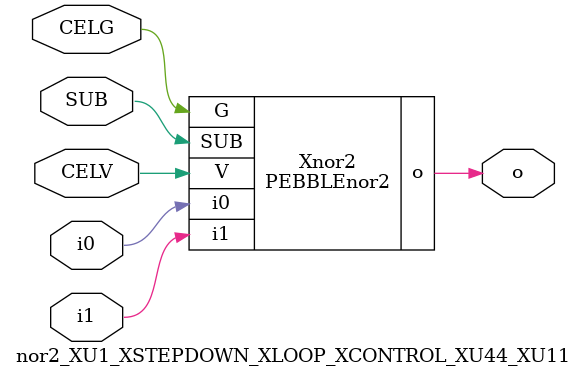
<source format=v>



module PEBBLEnor2 ( o, G, SUB, V, i0, i1 );

  input i0;
  input V;
  input i1;
  input G;
  output o;
  input SUB;
endmodule

//Celera Confidential Do Not Copy nor2_XU1_XSTEPDOWN_XLOOP_XCONTROL_XU44_XU11
//Celera Confidential Symbol Generator
//nor2
module nor2_XU1_XSTEPDOWN_XLOOP_XCONTROL_XU44_XU11 (CELV,CELG,i0,i1,o,SUB);
input CELV;
input CELG;
input i0;
input i1;
input SUB;
output o;

//Celera Confidential Do Not Copy nor2
PEBBLEnor2 Xnor2(
.V (CELV),
.i0 (i0),
.i1 (i1),
.o (o),
.SUB (SUB),
.G (CELG)
);
//,diesize,PEBBLEnor2

//Celera Confidential Do Not Copy Module End
//Celera Schematic Generator
endmodule

</source>
